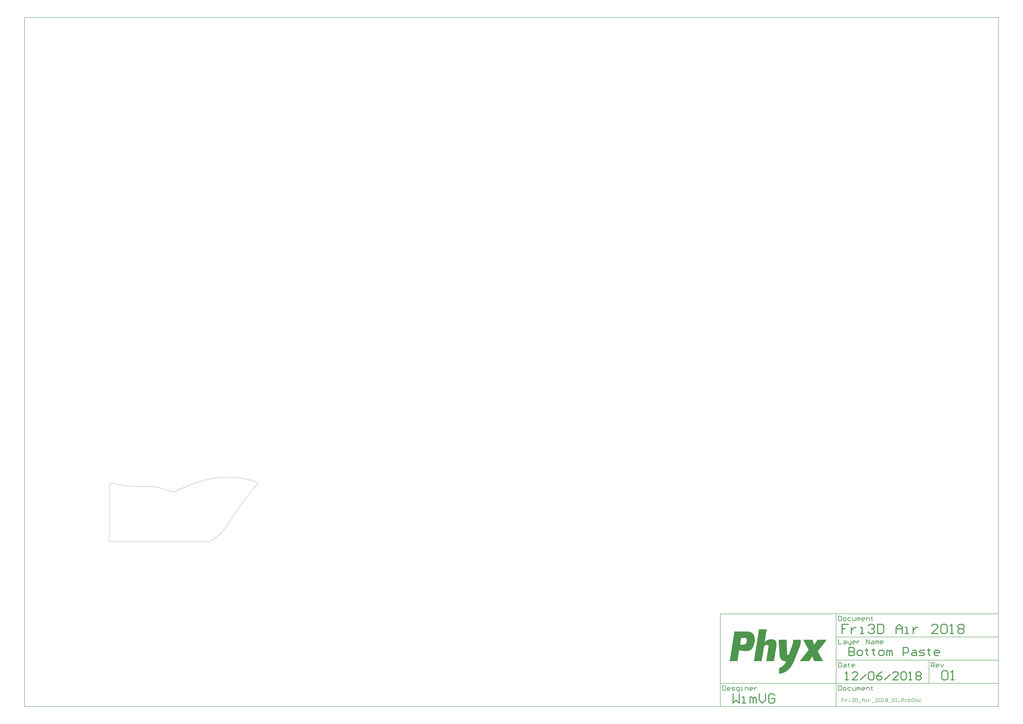
<source format=gbp>
G04*
G04 #@! TF.GenerationSoftware,Altium Limited,Altium Designer,18.1.6 (161)*
G04*
G04 Layer_Color=128*
%FSLAX25Y25*%
%MOIN*%
G70*
G01*
G75*
%ADD10C,0.00787*%
%ADD11C,0.00984*%
%ADD13C,0.01575*%
%ADD18C,0.00394*%
G36*
X913926Y-152365D02*
X915644D01*
Y-152651D01*
X916503D01*
Y-152937D01*
X917362D01*
Y-153224D01*
X918221D01*
Y-153510D01*
X918793D01*
Y-153796D01*
X919080D01*
Y-154083D01*
X919652D01*
Y-154369D01*
X919939D01*
Y-154655D01*
X920511D01*
Y-154942D01*
X920798D01*
Y-155228D01*
X921084D01*
Y-155514D01*
X921370D01*
Y-155801D01*
X921657D01*
Y-156087D01*
X921943D01*
Y-156373D01*
X922229D01*
Y-156659D01*
Y-156946D01*
X922515D01*
Y-157232D01*
X922802D01*
Y-157518D01*
Y-157805D01*
X923088D01*
Y-158091D01*
X923374D01*
Y-158377D01*
Y-158664D01*
X923661D01*
Y-158950D01*
Y-159236D01*
Y-159523D01*
X923947D01*
Y-159809D01*
Y-160095D01*
Y-160382D01*
X924233D01*
Y-160668D01*
Y-160954D01*
Y-161240D01*
Y-161527D01*
X924520D01*
Y-161813D01*
Y-162100D01*
Y-162386D01*
Y-162672D01*
Y-162958D01*
X924806D01*
Y-163245D01*
Y-163531D01*
Y-163817D01*
Y-164104D01*
Y-164390D01*
Y-164676D01*
Y-164963D01*
Y-165249D01*
Y-165535D01*
Y-165822D01*
Y-166108D01*
Y-166394D01*
Y-166681D01*
Y-166967D01*
Y-167253D01*
Y-167539D01*
Y-167826D01*
Y-168112D01*
Y-168398D01*
Y-168685D01*
X924520D01*
Y-168971D01*
Y-169257D01*
Y-169544D01*
Y-169830D01*
Y-170116D01*
Y-170403D01*
Y-170689D01*
X924233D01*
Y-170975D01*
Y-171262D01*
Y-171548D01*
Y-171834D01*
Y-172120D01*
X923947D01*
Y-172407D01*
Y-172693D01*
Y-172979D01*
Y-173266D01*
Y-173552D01*
X923661D01*
Y-173838D01*
Y-174125D01*
Y-174411D01*
X923374D01*
Y-174697D01*
Y-174984D01*
Y-175270D01*
Y-175556D01*
X923088D01*
Y-175842D01*
Y-176129D01*
Y-176415D01*
X922802D01*
Y-176701D01*
Y-176988D01*
X922515D01*
Y-177274D01*
Y-177560D01*
Y-177847D01*
X922229D01*
Y-178133D01*
Y-178419D01*
X921943D01*
Y-178706D01*
Y-178992D01*
X921657D01*
Y-179278D01*
Y-179565D01*
X921370D01*
Y-179851D01*
X921084D01*
Y-180137D01*
Y-180423D01*
X920798D01*
Y-180710D01*
X920511D01*
Y-180996D01*
X920225D01*
Y-181282D01*
Y-181569D01*
X919939D01*
Y-181855D01*
X919652D01*
Y-182141D01*
X919366D01*
Y-182428D01*
X919080D01*
Y-182714D01*
X918793D01*
Y-183000D01*
X918221D01*
Y-183287D01*
X917934D01*
Y-183573D01*
X917362D01*
Y-183859D01*
X917076D01*
Y-184146D01*
X916503D01*
Y-184432D01*
X915644D01*
Y-184718D01*
X914785D01*
Y-185004D01*
X913926D01*
Y-185291D01*
X912208D01*
Y-185577D01*
X907055D01*
Y-185291D01*
X904478D01*
Y-185004D01*
X902474D01*
Y-184718D01*
X901042D01*
Y-184432D01*
X899610D01*
Y-184146D01*
X898179D01*
Y-184432D01*
Y-184718D01*
Y-185004D01*
Y-185291D01*
Y-185577D01*
Y-185863D01*
Y-186150D01*
X897892D01*
Y-186436D01*
Y-186722D01*
Y-187009D01*
Y-187295D01*
Y-187581D01*
Y-187868D01*
X897606D01*
Y-188154D01*
Y-188440D01*
Y-188727D01*
Y-189013D01*
Y-189299D01*
Y-189585D01*
X897320D01*
Y-189872D01*
Y-190158D01*
Y-190444D01*
Y-190731D01*
Y-191017D01*
Y-191303D01*
Y-191590D01*
X897034D01*
Y-191876D01*
Y-192162D01*
Y-192449D01*
Y-192735D01*
Y-193021D01*
Y-193308D01*
X896747D01*
Y-193594D01*
Y-193880D01*
Y-194167D01*
Y-194453D01*
Y-194739D01*
Y-195025D01*
X896461D01*
Y-195312D01*
Y-195598D01*
Y-195884D01*
Y-196171D01*
Y-196457D01*
Y-196743D01*
Y-197030D01*
X896175D01*
Y-197316D01*
Y-197602D01*
Y-197889D01*
Y-198175D01*
Y-198461D01*
Y-198748D01*
X895888D01*
Y-199034D01*
Y-199320D01*
Y-199606D01*
Y-199893D01*
Y-200179D01*
Y-200465D01*
X895602D01*
Y-200752D01*
Y-201038D01*
Y-201324D01*
Y-201611D01*
Y-201897D01*
Y-202183D01*
Y-202470D01*
X882145D01*
Y-202183D01*
X882432D01*
Y-201897D01*
Y-201611D01*
Y-201324D01*
Y-201038D01*
Y-200752D01*
X882718D01*
Y-200465D01*
Y-200179D01*
Y-199893D01*
Y-199606D01*
Y-199320D01*
Y-199034D01*
Y-198748D01*
X883004D01*
Y-198461D01*
Y-198175D01*
Y-197889D01*
Y-197602D01*
Y-197316D01*
Y-197030D01*
X883291D01*
Y-196743D01*
Y-196457D01*
Y-196171D01*
Y-195884D01*
Y-195598D01*
Y-195312D01*
X883577D01*
Y-195025D01*
Y-194739D01*
Y-194453D01*
Y-194167D01*
Y-193880D01*
Y-193594D01*
Y-193308D01*
X883863D01*
Y-193021D01*
Y-192735D01*
Y-192449D01*
Y-192162D01*
Y-191876D01*
Y-191590D01*
X884149D01*
Y-191303D01*
Y-191017D01*
Y-190731D01*
Y-190444D01*
Y-190158D01*
Y-189872D01*
X884436D01*
Y-189585D01*
Y-189299D01*
Y-189013D01*
Y-188727D01*
Y-188440D01*
Y-188154D01*
X884722D01*
Y-187868D01*
Y-187581D01*
Y-187295D01*
Y-187009D01*
Y-186722D01*
Y-186436D01*
Y-186150D01*
X885009D01*
Y-185863D01*
Y-185577D01*
Y-185291D01*
Y-185004D01*
Y-184718D01*
Y-184432D01*
X885295D01*
Y-184146D01*
Y-183859D01*
Y-183573D01*
Y-183287D01*
Y-183000D01*
Y-182714D01*
X885581D01*
Y-182428D01*
Y-182141D01*
Y-181855D01*
Y-181569D01*
Y-181282D01*
Y-180996D01*
X885867D01*
Y-180710D01*
Y-180423D01*
Y-180137D01*
Y-179851D01*
Y-179565D01*
Y-179278D01*
Y-178992D01*
X886154D01*
Y-178706D01*
Y-178419D01*
Y-178133D01*
Y-177847D01*
Y-177560D01*
Y-177274D01*
X886440D01*
Y-176988D01*
Y-176701D01*
Y-176415D01*
Y-176129D01*
Y-175842D01*
Y-175556D01*
X886726D01*
Y-175270D01*
Y-174984D01*
Y-174697D01*
Y-174411D01*
Y-174125D01*
Y-173838D01*
Y-173552D01*
X887013D01*
Y-173266D01*
Y-172979D01*
Y-172693D01*
Y-172407D01*
Y-172120D01*
Y-171834D01*
X887299D01*
Y-171548D01*
Y-171262D01*
Y-170975D01*
Y-170689D01*
Y-170403D01*
Y-170116D01*
X887585D01*
Y-169830D01*
Y-169544D01*
Y-169257D01*
Y-168971D01*
Y-168685D01*
Y-168398D01*
X887872D01*
Y-168112D01*
Y-167826D01*
Y-167539D01*
Y-167253D01*
Y-166967D01*
Y-166681D01*
Y-166394D01*
X888158D01*
Y-166108D01*
Y-165822D01*
Y-165535D01*
Y-165249D01*
Y-164963D01*
Y-164676D01*
X888444D01*
Y-164390D01*
Y-164104D01*
Y-163817D01*
Y-163531D01*
Y-163245D01*
Y-162958D01*
X888731D01*
Y-162672D01*
Y-162386D01*
Y-162100D01*
Y-161813D01*
Y-161527D01*
Y-161240D01*
Y-160954D01*
X889017D01*
Y-160668D01*
Y-160382D01*
Y-160095D01*
Y-159809D01*
Y-159523D01*
Y-159236D01*
X889303D01*
Y-158950D01*
Y-158664D01*
Y-158377D01*
Y-158091D01*
Y-157805D01*
Y-157518D01*
X889590D01*
Y-157232D01*
Y-156946D01*
Y-156659D01*
Y-156373D01*
Y-156087D01*
Y-155801D01*
Y-155514D01*
X889876D01*
Y-155228D01*
Y-154942D01*
Y-154655D01*
Y-154369D01*
Y-154083D01*
Y-153796D01*
X890162D01*
Y-153510D01*
Y-153224D01*
Y-152937D01*
Y-152651D01*
Y-152365D01*
Y-152078D01*
X913926D01*
Y-152365D01*
D02*
G37*
G36*
X945134Y-148929D02*
Y-149215D01*
X944848D01*
Y-149502D01*
Y-149788D01*
Y-150074D01*
Y-150361D01*
Y-150647D01*
Y-150933D01*
X944561D01*
Y-151220D01*
Y-151506D01*
Y-151792D01*
Y-152078D01*
Y-152365D01*
Y-152651D01*
X944275D01*
Y-152937D01*
Y-153224D01*
Y-153510D01*
Y-153796D01*
Y-154083D01*
Y-154369D01*
Y-154655D01*
X943989D01*
Y-154942D01*
Y-155228D01*
Y-155514D01*
Y-155801D01*
Y-156087D01*
Y-156373D01*
X943703D01*
Y-156659D01*
Y-156946D01*
Y-157232D01*
Y-157518D01*
Y-157805D01*
Y-158091D01*
X943416D01*
Y-158377D01*
Y-158664D01*
Y-158950D01*
Y-159236D01*
Y-159523D01*
Y-159809D01*
Y-160095D01*
X943130D01*
Y-160382D01*
Y-160668D01*
Y-160954D01*
Y-161240D01*
Y-161527D01*
Y-161813D01*
X942844D01*
Y-162100D01*
Y-162386D01*
Y-162672D01*
Y-162958D01*
Y-163245D01*
Y-163531D01*
X942557D01*
Y-163817D01*
Y-164104D01*
Y-164390D01*
Y-164676D01*
Y-164963D01*
Y-165249D01*
X942271D01*
Y-165535D01*
Y-165822D01*
Y-166108D01*
Y-166394D01*
Y-166681D01*
Y-166967D01*
Y-167253D01*
X941985D01*
Y-167539D01*
Y-167826D01*
Y-168112D01*
Y-168398D01*
Y-168685D01*
Y-168971D01*
X941698D01*
Y-169257D01*
Y-169544D01*
X942271D01*
Y-169257D01*
X942557D01*
Y-168971D01*
X942844D01*
Y-168685D01*
X943416D01*
Y-168398D01*
X943703D01*
Y-168112D01*
X943989D01*
Y-167826D01*
X944561D01*
Y-167539D01*
X945134D01*
Y-167253D01*
X945420D01*
Y-166967D01*
X945993D01*
Y-166681D01*
X946852D01*
Y-166394D01*
X947425D01*
Y-166108D01*
X948284D01*
Y-165822D01*
X949715D01*
Y-165535D01*
X956014D01*
Y-165822D01*
X957159D01*
Y-166108D01*
X958018D01*
Y-166394D01*
X958591D01*
Y-166681D01*
X958877D01*
Y-166967D01*
X959450D01*
Y-167253D01*
X959736D01*
Y-167539D01*
X960022D01*
Y-167826D01*
X960309D01*
Y-168112D01*
X960595D01*
Y-168398D01*
Y-168685D01*
X960881D01*
Y-168971D01*
Y-169257D01*
X961168D01*
Y-169544D01*
Y-169830D01*
Y-170116D01*
X961454D01*
Y-170403D01*
Y-170689D01*
Y-170975D01*
Y-171262D01*
X961740D01*
Y-171548D01*
Y-171834D01*
Y-172120D01*
Y-172407D01*
Y-172693D01*
Y-172979D01*
Y-173266D01*
Y-173552D01*
Y-173838D01*
Y-174125D01*
Y-174411D01*
Y-174697D01*
Y-174984D01*
Y-175270D01*
Y-175556D01*
Y-175842D01*
Y-176129D01*
Y-176415D01*
X961454D01*
Y-176701D01*
Y-176988D01*
Y-177274D01*
Y-177560D01*
Y-177847D01*
Y-178133D01*
Y-178419D01*
X961168D01*
Y-178706D01*
Y-178992D01*
Y-179278D01*
Y-179565D01*
Y-179851D01*
Y-180137D01*
Y-180423D01*
X960881D01*
Y-180710D01*
Y-180996D01*
Y-181282D01*
Y-181569D01*
Y-181855D01*
Y-182141D01*
X960595D01*
Y-182428D01*
Y-182714D01*
Y-183000D01*
Y-183287D01*
Y-183573D01*
Y-183859D01*
X960309D01*
Y-184146D01*
Y-184432D01*
Y-184718D01*
Y-185004D01*
Y-185291D01*
Y-185577D01*
X960022D01*
Y-185863D01*
Y-186150D01*
Y-186436D01*
Y-186722D01*
Y-187009D01*
Y-187295D01*
Y-187581D01*
X959736D01*
Y-187868D01*
Y-188154D01*
Y-188440D01*
Y-188727D01*
Y-189013D01*
Y-189299D01*
X959450D01*
Y-189585D01*
Y-189872D01*
Y-190158D01*
Y-190444D01*
Y-190731D01*
Y-191017D01*
X959163D01*
Y-191303D01*
Y-191590D01*
Y-191876D01*
Y-192162D01*
Y-192449D01*
Y-192735D01*
Y-193021D01*
X958877D01*
Y-193308D01*
Y-193594D01*
Y-193880D01*
Y-194167D01*
Y-194453D01*
Y-194739D01*
X958591D01*
Y-195025D01*
Y-195312D01*
Y-195598D01*
Y-195884D01*
Y-196171D01*
Y-196457D01*
X958305D01*
Y-196743D01*
Y-197030D01*
Y-197316D01*
Y-197602D01*
Y-197889D01*
Y-198175D01*
X958018D01*
Y-198461D01*
Y-198748D01*
Y-199034D01*
Y-199320D01*
Y-199606D01*
Y-199893D01*
Y-200179D01*
X957732D01*
Y-200465D01*
Y-200752D01*
Y-201038D01*
Y-201324D01*
Y-201611D01*
Y-201897D01*
X957446D01*
Y-202183D01*
Y-202470D01*
X944275D01*
Y-202183D01*
Y-201897D01*
X944561D01*
Y-201611D01*
Y-201324D01*
Y-201038D01*
Y-200752D01*
Y-200465D01*
Y-200179D01*
X944848D01*
Y-199893D01*
Y-199606D01*
Y-199320D01*
Y-199034D01*
Y-198748D01*
Y-198461D01*
Y-198175D01*
X945134D01*
Y-197889D01*
Y-197602D01*
Y-197316D01*
Y-197030D01*
Y-196743D01*
Y-196457D01*
X945420D01*
Y-196171D01*
Y-195884D01*
Y-195598D01*
Y-195312D01*
Y-195025D01*
Y-194739D01*
X945707D01*
Y-194453D01*
Y-194167D01*
Y-193880D01*
Y-193594D01*
Y-193308D01*
Y-193021D01*
Y-192735D01*
X945993D01*
Y-192449D01*
Y-192162D01*
Y-191876D01*
Y-191590D01*
Y-191303D01*
Y-191017D01*
X946279D01*
Y-190731D01*
Y-190444D01*
Y-190158D01*
Y-189872D01*
Y-189585D01*
Y-189299D01*
Y-189013D01*
X946566D01*
Y-188727D01*
Y-188440D01*
Y-188154D01*
Y-187868D01*
Y-187581D01*
Y-187295D01*
X946852D01*
Y-187009D01*
Y-186722D01*
Y-186436D01*
Y-186150D01*
Y-185863D01*
Y-185577D01*
X947138D01*
Y-185291D01*
Y-185004D01*
Y-184718D01*
Y-184432D01*
Y-184146D01*
Y-183859D01*
X947425D01*
Y-183573D01*
Y-183287D01*
Y-183000D01*
Y-182714D01*
Y-182428D01*
Y-182141D01*
Y-181855D01*
X947711D01*
Y-181569D01*
Y-181282D01*
Y-180996D01*
Y-180710D01*
Y-180423D01*
Y-180137D01*
X947997D01*
Y-179851D01*
Y-179565D01*
Y-179278D01*
Y-178992D01*
Y-178706D01*
Y-178419D01*
Y-178133D01*
X948284D01*
Y-177847D01*
Y-177560D01*
Y-177274D01*
Y-176988D01*
Y-176701D01*
Y-176415D01*
X947997D01*
Y-176129D01*
Y-175842D01*
X947711D01*
Y-175556D01*
X947425D01*
Y-175270D01*
X946852D01*
Y-174984D01*
X945134D01*
Y-175270D01*
X943703D01*
Y-175556D01*
X942844D01*
Y-175842D01*
X942271D01*
Y-176129D01*
X941985D01*
Y-176415D01*
X941412D01*
Y-176701D01*
X941126D01*
Y-176988D01*
X940839D01*
Y-177274D01*
Y-177560D01*
X940553D01*
Y-177847D01*
Y-178133D01*
Y-178419D01*
X940267D01*
Y-178706D01*
Y-178992D01*
Y-179278D01*
Y-179565D01*
Y-179851D01*
Y-180137D01*
X939981D01*
Y-180423D01*
Y-180710D01*
Y-180996D01*
Y-181282D01*
Y-181569D01*
Y-181855D01*
Y-182141D01*
X939694D01*
Y-182428D01*
Y-182714D01*
Y-183000D01*
Y-183287D01*
Y-183573D01*
Y-183859D01*
X939408D01*
Y-184146D01*
Y-184432D01*
Y-184718D01*
Y-185004D01*
Y-185291D01*
Y-185577D01*
X939122D01*
Y-185863D01*
Y-186150D01*
Y-186436D01*
Y-186722D01*
Y-187009D01*
Y-187295D01*
X938835D01*
Y-187581D01*
Y-187868D01*
Y-188154D01*
Y-188440D01*
Y-188727D01*
Y-189013D01*
Y-189299D01*
X938549D01*
Y-189585D01*
Y-189872D01*
Y-190158D01*
Y-190444D01*
Y-190731D01*
Y-191017D01*
X938263D01*
Y-191303D01*
Y-191590D01*
Y-191876D01*
Y-192162D01*
Y-192449D01*
Y-192735D01*
X937976D01*
Y-193021D01*
Y-193308D01*
Y-193594D01*
Y-193880D01*
Y-194167D01*
Y-194453D01*
Y-194739D01*
X937690D01*
Y-195025D01*
Y-195312D01*
Y-195598D01*
Y-195884D01*
Y-196171D01*
Y-196457D01*
X937404D01*
Y-196743D01*
Y-197030D01*
Y-197316D01*
Y-197602D01*
Y-197889D01*
Y-198175D01*
X937117D01*
Y-198461D01*
Y-198748D01*
Y-199034D01*
Y-199320D01*
Y-199606D01*
Y-199893D01*
X936831D01*
Y-200179D01*
Y-200465D01*
Y-200752D01*
Y-201038D01*
Y-201324D01*
Y-201611D01*
Y-201897D01*
X936545D01*
Y-202183D01*
Y-202470D01*
X923374D01*
Y-202183D01*
Y-201897D01*
X923661D01*
Y-201611D01*
Y-201324D01*
Y-201038D01*
Y-200752D01*
Y-200465D01*
Y-200179D01*
Y-199893D01*
X923947D01*
Y-199606D01*
Y-199320D01*
Y-199034D01*
Y-198748D01*
Y-198461D01*
Y-198175D01*
X924233D01*
Y-197889D01*
Y-197602D01*
Y-197316D01*
Y-197030D01*
Y-196743D01*
Y-196457D01*
X924520D01*
Y-196171D01*
Y-195884D01*
Y-195598D01*
Y-195312D01*
Y-195025D01*
Y-194739D01*
Y-194453D01*
X924806D01*
Y-194167D01*
Y-193880D01*
Y-193594D01*
Y-193308D01*
Y-193021D01*
Y-192735D01*
X925092D01*
Y-192449D01*
Y-192162D01*
Y-191876D01*
Y-191590D01*
Y-191303D01*
Y-191017D01*
X925379D01*
Y-190731D01*
Y-190444D01*
Y-190158D01*
Y-189872D01*
Y-189585D01*
Y-189299D01*
X925665D01*
Y-189013D01*
Y-188727D01*
Y-188440D01*
Y-188154D01*
Y-187868D01*
Y-187581D01*
Y-187295D01*
X925951D01*
Y-187009D01*
Y-186722D01*
Y-186436D01*
Y-186150D01*
Y-185863D01*
Y-185577D01*
X926237D01*
Y-185291D01*
Y-185004D01*
Y-184718D01*
Y-184432D01*
Y-184146D01*
Y-183859D01*
X926524D01*
Y-183573D01*
Y-183287D01*
Y-183000D01*
Y-182714D01*
Y-182428D01*
Y-182141D01*
Y-181855D01*
X926810D01*
Y-181569D01*
Y-181282D01*
Y-180996D01*
Y-180710D01*
Y-180423D01*
Y-180137D01*
X927096D01*
Y-179851D01*
Y-179565D01*
Y-179278D01*
Y-178992D01*
Y-178706D01*
Y-178419D01*
X927383D01*
Y-178133D01*
Y-177847D01*
Y-177560D01*
Y-177274D01*
Y-176988D01*
Y-176701D01*
X927669D01*
Y-176415D01*
Y-176129D01*
Y-175842D01*
Y-175556D01*
Y-175270D01*
Y-174984D01*
Y-174697D01*
X927955D01*
Y-174411D01*
Y-174125D01*
Y-173838D01*
Y-173552D01*
Y-173266D01*
Y-172979D01*
X928242D01*
Y-172693D01*
Y-172407D01*
Y-172120D01*
Y-171834D01*
Y-171548D01*
Y-171262D01*
X928528D01*
Y-170975D01*
Y-170689D01*
Y-170403D01*
Y-170116D01*
Y-169830D01*
Y-169544D01*
X928814D01*
Y-169257D01*
Y-168971D01*
Y-168685D01*
Y-168398D01*
Y-168112D01*
Y-167826D01*
Y-167539D01*
X929101D01*
Y-167253D01*
Y-166967D01*
Y-166681D01*
Y-166394D01*
Y-166108D01*
Y-165822D01*
X929387D01*
Y-165535D01*
Y-165249D01*
Y-164963D01*
Y-164676D01*
Y-164390D01*
Y-164104D01*
X929673D01*
Y-163817D01*
Y-163531D01*
Y-163245D01*
Y-162958D01*
Y-162672D01*
Y-162386D01*
Y-162100D01*
X929960D01*
Y-161813D01*
Y-161527D01*
Y-161240D01*
Y-160954D01*
Y-160668D01*
Y-160382D01*
X930246D01*
Y-160095D01*
Y-159809D01*
Y-159523D01*
Y-159236D01*
Y-158950D01*
Y-158664D01*
X930532D01*
Y-158377D01*
Y-158091D01*
Y-157805D01*
Y-157518D01*
Y-157232D01*
Y-156946D01*
X930818D01*
Y-156659D01*
Y-156373D01*
Y-156087D01*
Y-155801D01*
Y-155514D01*
Y-155228D01*
Y-154942D01*
X931105D01*
Y-154655D01*
Y-154369D01*
Y-154083D01*
Y-153796D01*
Y-153510D01*
Y-153224D01*
X931391D01*
Y-152937D01*
Y-152651D01*
Y-152365D01*
Y-152078D01*
Y-151792D01*
Y-151506D01*
X931678D01*
Y-151220D01*
Y-150933D01*
Y-150647D01*
Y-150361D01*
Y-150074D01*
Y-149788D01*
Y-149502D01*
X931964D01*
Y-149215D01*
Y-148929D01*
Y-148643D01*
X945134D01*
Y-148929D01*
D02*
G37*
G36*
X1047062Y-166394D02*
X1046775D01*
Y-166681D01*
X1046489D01*
Y-166967D01*
Y-167253D01*
X1046203D01*
Y-167539D01*
X1045916D01*
Y-167826D01*
X1045630D01*
Y-168112D01*
Y-168398D01*
X1045344D01*
Y-168685D01*
X1045057D01*
Y-168971D01*
X1044771D01*
Y-169257D01*
X1044485D01*
Y-169544D01*
Y-169830D01*
X1044198D01*
Y-170116D01*
X1043912D01*
Y-170403D01*
X1043626D01*
Y-170689D01*
Y-170975D01*
X1043340D01*
Y-171262D01*
X1043053D01*
Y-171548D01*
X1042767D01*
Y-171834D01*
X1042480D01*
Y-172120D01*
Y-172407D01*
X1042194D01*
Y-172693D01*
X1041908D01*
Y-172979D01*
X1041622D01*
Y-173266D01*
Y-173552D01*
X1041335D01*
Y-173838D01*
X1041049D01*
Y-174125D01*
X1040763D01*
Y-174411D01*
Y-174697D01*
X1040476D01*
Y-174984D01*
X1040190D01*
Y-175270D01*
X1039904D01*
Y-175556D01*
X1039617D01*
Y-175842D01*
Y-176129D01*
X1039331D01*
Y-176415D01*
X1039045D01*
Y-176701D01*
X1038758D01*
Y-176988D01*
Y-177274D01*
X1038472D01*
Y-177560D01*
X1038186D01*
Y-177847D01*
X1037899D01*
Y-178133D01*
Y-178419D01*
X1037613D01*
Y-178706D01*
X1037327D01*
Y-178992D01*
X1037041D01*
Y-179278D01*
X1036754D01*
Y-179565D01*
Y-179851D01*
X1036468D01*
Y-180137D01*
X1036182D01*
Y-180423D01*
X1035895D01*
Y-180710D01*
Y-180996D01*
X1035609D01*
Y-181282D01*
X1035323D01*
Y-181569D01*
X1035036D01*
Y-181855D01*
Y-182141D01*
X1034750D01*
Y-182428D01*
X1034464D01*
Y-182714D01*
X1034177D01*
Y-183000D01*
X1033891D01*
Y-183287D01*
Y-183573D01*
X1033605D01*
Y-183859D01*
X1033319D01*
Y-184146D01*
X1033032D01*
Y-184432D01*
Y-184718D01*
X1032746D01*
Y-185004D01*
X1032460D01*
Y-185291D01*
X1032173D01*
Y-185577D01*
X1031887D01*
Y-185863D01*
Y-186150D01*
X1032173D01*
Y-186436D01*
Y-186722D01*
X1032460D01*
Y-187009D01*
Y-187295D01*
X1032746D01*
Y-187581D01*
X1033032D01*
Y-187868D01*
Y-188154D01*
X1033319D01*
Y-188440D01*
Y-188727D01*
X1033605D01*
Y-189013D01*
Y-189299D01*
X1033891D01*
Y-189585D01*
Y-189872D01*
X1034177D01*
Y-190158D01*
Y-190444D01*
X1034464D01*
Y-190731D01*
Y-191017D01*
X1034750D01*
Y-191303D01*
Y-191590D01*
X1035036D01*
Y-191876D01*
Y-192162D01*
X1035323D01*
Y-192449D01*
X1035609D01*
Y-192735D01*
Y-193021D01*
X1035895D01*
Y-193308D01*
Y-193594D01*
X1036182D01*
Y-193880D01*
Y-194167D01*
X1036468D01*
Y-194453D01*
Y-194739D01*
X1036754D01*
Y-195025D01*
Y-195312D01*
X1037041D01*
Y-195598D01*
Y-195884D01*
X1037327D01*
Y-196171D01*
Y-196457D01*
X1037613D01*
Y-196743D01*
X1037899D01*
Y-197030D01*
Y-197316D01*
X1038186D01*
Y-197602D01*
Y-197889D01*
X1038472D01*
Y-198175D01*
Y-198461D01*
X1038758D01*
Y-198748D01*
Y-199034D01*
X1039045D01*
Y-199320D01*
Y-199606D01*
X1039331D01*
Y-199893D01*
Y-200179D01*
X1039617D01*
Y-200465D01*
Y-200752D01*
X1039904D01*
Y-201038D01*
X1040190D01*
Y-201324D01*
Y-201611D01*
X1040476D01*
Y-201897D01*
Y-202183D01*
X1040763D01*
Y-202470D01*
X1025588D01*
Y-202183D01*
X1025302D01*
Y-201897D01*
Y-201611D01*
Y-201324D01*
X1025016D01*
Y-201038D01*
Y-200752D01*
Y-200465D01*
X1024729D01*
Y-200179D01*
Y-199893D01*
X1024443D01*
Y-199606D01*
Y-199320D01*
Y-199034D01*
X1024156D01*
Y-198748D01*
Y-198461D01*
Y-198175D01*
X1023870D01*
Y-197889D01*
Y-197602D01*
X1023584D01*
Y-197316D01*
Y-197030D01*
Y-196743D01*
X1023298D01*
Y-196457D01*
Y-196171D01*
Y-195884D01*
X1023011D01*
Y-195598D01*
Y-195312D01*
Y-195025D01*
X1022725D01*
Y-194739D01*
X1022152D01*
Y-195025D01*
Y-195312D01*
X1021866D01*
Y-195598D01*
X1021580D01*
Y-195884D01*
Y-196171D01*
X1021293D01*
Y-196457D01*
X1021007D01*
Y-196743D01*
Y-197030D01*
X1020721D01*
Y-197316D01*
X1020434D01*
Y-197602D01*
Y-197889D01*
X1020148D01*
Y-198175D01*
X1019862D01*
Y-198461D01*
X1019576D01*
Y-198748D01*
Y-199034D01*
X1019289D01*
Y-199320D01*
X1019003D01*
Y-199606D01*
Y-199893D01*
X1018717D01*
Y-200179D01*
X1018430D01*
Y-200465D01*
Y-200752D01*
X1018144D01*
Y-201038D01*
X1017858D01*
Y-201324D01*
Y-201611D01*
X1017571D01*
Y-201897D01*
X1017285D01*
Y-202183D01*
Y-202470D01*
X1001252D01*
Y-202183D01*
X1001538D01*
Y-201897D01*
X1001824D01*
Y-201611D01*
X1002110D01*
Y-201324D01*
X1002397D01*
Y-201038D01*
Y-200752D01*
X1002683D01*
Y-200465D01*
X1002969D01*
Y-200179D01*
X1003256D01*
Y-199893D01*
X1003542D01*
Y-199606D01*
Y-199320D01*
X1003828D01*
Y-199034D01*
X1004115D01*
Y-198748D01*
X1004401D01*
Y-198461D01*
Y-198175D01*
X1004687D01*
Y-197889D01*
X1004974D01*
Y-197602D01*
X1005260D01*
Y-197316D01*
X1005546D01*
Y-197030D01*
Y-196743D01*
X1005832D01*
Y-196457D01*
X1006119D01*
Y-196171D01*
X1006405D01*
Y-195884D01*
X1006691D01*
Y-195598D01*
Y-195312D01*
X1006978D01*
Y-195025D01*
X1007264D01*
Y-194739D01*
X1007550D01*
Y-194453D01*
Y-194167D01*
X1007837D01*
Y-193880D01*
X1008123D01*
Y-193594D01*
X1008409D01*
Y-193308D01*
X1008696D01*
Y-193021D01*
Y-192735D01*
X1008982D01*
Y-192449D01*
X1009268D01*
Y-192162D01*
X1009555D01*
Y-191876D01*
Y-191590D01*
X1009841D01*
Y-191303D01*
X1010127D01*
Y-191017D01*
X1010413D01*
Y-190731D01*
X1010700D01*
Y-190444D01*
Y-190158D01*
X1010986D01*
Y-189872D01*
X1011272D01*
Y-189585D01*
X1011559D01*
Y-189299D01*
Y-189013D01*
X1011845D01*
Y-188727D01*
X1012131D01*
Y-188440D01*
X1012418D01*
Y-188154D01*
X1012704D01*
Y-187868D01*
Y-187581D01*
X1012990D01*
Y-187295D01*
X1013277D01*
Y-187009D01*
X1013563D01*
Y-186722D01*
X1013849D01*
Y-186436D01*
Y-186150D01*
X1014136D01*
Y-185863D01*
X1014422D01*
Y-185577D01*
X1014708D01*
Y-185291D01*
Y-185004D01*
X1014995D01*
Y-184718D01*
X1015281D01*
Y-184432D01*
X1015567D01*
Y-184146D01*
X1015853D01*
Y-183859D01*
Y-183573D01*
X1016140D01*
Y-183287D01*
Y-183000D01*
Y-182714D01*
X1015853D01*
Y-182428D01*
X1015567D01*
Y-182141D01*
Y-181855D01*
X1015281D01*
Y-181569D01*
Y-181282D01*
X1014995D01*
Y-180996D01*
Y-180710D01*
X1014708D01*
Y-180423D01*
Y-180137D01*
X1014422D01*
Y-179851D01*
Y-179565D01*
X1014136D01*
Y-179278D01*
Y-178992D01*
X1013849D01*
Y-178706D01*
X1013563D01*
Y-178419D01*
Y-178133D01*
X1013277D01*
Y-177847D01*
Y-177560D01*
X1012990D01*
Y-177274D01*
Y-176988D01*
X1012704D01*
Y-176701D01*
Y-176415D01*
X1012418D01*
Y-176129D01*
Y-175842D01*
X1012131D01*
Y-175556D01*
Y-175270D01*
X1011845D01*
Y-174984D01*
X1011559D01*
Y-174697D01*
Y-174411D01*
X1011272D01*
Y-174125D01*
Y-173838D01*
X1010986D01*
Y-173552D01*
Y-173266D01*
X1010700D01*
Y-172979D01*
Y-172693D01*
X1010413D01*
Y-172407D01*
Y-172120D01*
X1010127D01*
Y-171834D01*
Y-171548D01*
X1009841D01*
Y-171262D01*
Y-170975D01*
X1009555D01*
Y-170689D01*
X1009268D01*
Y-170403D01*
Y-170116D01*
X1008982D01*
Y-169830D01*
Y-169544D01*
X1008696D01*
Y-169257D01*
Y-168971D01*
X1008409D01*
Y-168685D01*
Y-168398D01*
X1008123D01*
Y-168112D01*
Y-167826D01*
X1007837D01*
Y-167539D01*
Y-167253D01*
X1007550D01*
Y-166967D01*
X1007264D01*
Y-166681D01*
Y-166394D01*
X1006978D01*
Y-166108D01*
X1022725D01*
Y-166394D01*
X1023011D01*
Y-166681D01*
Y-166967D01*
Y-167253D01*
X1023298D01*
Y-167539D01*
Y-167826D01*
Y-168112D01*
X1023584D01*
Y-168398D01*
Y-168685D01*
Y-168971D01*
X1023870D01*
Y-169257D01*
Y-169544D01*
Y-169830D01*
X1024156D01*
Y-170116D01*
Y-170403D01*
Y-170689D01*
X1024443D01*
Y-170975D01*
Y-171262D01*
Y-171548D01*
X1024729D01*
Y-171834D01*
Y-172120D01*
Y-172407D01*
X1025016D01*
Y-172693D01*
Y-172979D01*
Y-173266D01*
X1025302D01*
Y-173552D01*
Y-173838D01*
Y-174125D01*
Y-174411D01*
X1025874D01*
Y-174125D01*
X1026161D01*
Y-173838D01*
X1026447D01*
Y-173552D01*
Y-173266D01*
X1026733D01*
Y-172979D01*
X1027020D01*
Y-172693D01*
Y-172407D01*
X1027306D01*
Y-172120D01*
X1027592D01*
Y-171834D01*
Y-171548D01*
X1027879D01*
Y-171262D01*
X1028165D01*
Y-170975D01*
Y-170689D01*
X1028451D01*
Y-170403D01*
X1028738D01*
Y-170116D01*
Y-169830D01*
X1029024D01*
Y-169544D01*
X1029310D01*
Y-169257D01*
Y-168971D01*
X1029597D01*
Y-168685D01*
X1029883D01*
Y-168398D01*
Y-168112D01*
X1030169D01*
Y-167826D01*
X1030455D01*
Y-167539D01*
Y-167253D01*
X1030742D01*
Y-166967D01*
X1031028D01*
Y-166681D01*
Y-166394D01*
X1031314D01*
Y-166108D01*
X1047062D01*
Y-166394D01*
D02*
G37*
G36*
X1002969D02*
Y-166681D01*
Y-166967D01*
Y-167253D01*
Y-167539D01*
Y-167826D01*
Y-168112D01*
Y-168398D01*
Y-168685D01*
Y-168971D01*
Y-169257D01*
Y-169544D01*
Y-169830D01*
Y-170116D01*
Y-170403D01*
Y-170689D01*
Y-170975D01*
Y-171262D01*
Y-171548D01*
Y-171834D01*
Y-172120D01*
X1002683D01*
Y-172407D01*
Y-172693D01*
Y-172979D01*
Y-173266D01*
Y-173552D01*
X1002397D01*
Y-173838D01*
Y-174125D01*
Y-174411D01*
Y-174697D01*
X1002110D01*
Y-174984D01*
Y-175270D01*
Y-175556D01*
Y-175842D01*
X1001824D01*
Y-176129D01*
Y-176415D01*
Y-176701D01*
X1001538D01*
Y-176988D01*
Y-177274D01*
Y-177560D01*
X1001252D01*
Y-177847D01*
Y-178133D01*
Y-178419D01*
X1000965D01*
Y-178706D01*
Y-178992D01*
Y-179278D01*
X1000679D01*
Y-179565D01*
Y-179851D01*
X1000393D01*
Y-180137D01*
Y-180423D01*
X1000106D01*
Y-180710D01*
Y-180996D01*
Y-181282D01*
X999820D01*
Y-181569D01*
Y-181855D01*
X999534D01*
Y-182141D01*
Y-182428D01*
Y-182714D01*
X999247D01*
Y-183000D01*
Y-183287D01*
X998961D01*
Y-183573D01*
Y-183859D01*
Y-184146D01*
X998675D01*
Y-184432D01*
Y-184718D01*
X998388D01*
Y-185004D01*
Y-185291D01*
Y-185577D01*
X998102D01*
Y-185863D01*
Y-186150D01*
X997816D01*
Y-186436D01*
Y-186722D01*
Y-187009D01*
X997529D01*
Y-187295D01*
Y-187581D01*
X997243D01*
Y-187868D01*
Y-188154D01*
Y-188440D01*
X996957D01*
Y-188727D01*
Y-189013D01*
X996671D01*
Y-189299D01*
Y-189585D01*
Y-189872D01*
X996384D01*
Y-190158D01*
Y-190444D01*
X996098D01*
Y-190731D01*
Y-191017D01*
Y-191303D01*
X995811D01*
Y-191590D01*
Y-191876D01*
X995525D01*
Y-192162D01*
Y-192449D01*
Y-192735D01*
X995239D01*
Y-193021D01*
Y-193308D01*
X994953D01*
Y-193594D01*
Y-193880D01*
Y-194167D01*
X994666D01*
Y-194453D01*
Y-194739D01*
X994380D01*
Y-195025D01*
Y-195312D01*
Y-195598D01*
X994094D01*
Y-195884D01*
Y-196171D01*
X993807D01*
Y-196457D01*
Y-196743D01*
Y-197030D01*
X993521D01*
Y-197316D01*
Y-197602D01*
X993235D01*
Y-197889D01*
Y-198175D01*
Y-198461D01*
X992948D01*
Y-198748D01*
Y-199034D01*
X992662D01*
Y-199320D01*
Y-199606D01*
Y-199893D01*
X992376D01*
Y-200179D01*
Y-200465D01*
X992089D01*
Y-200752D01*
Y-201038D01*
Y-201324D01*
X991803D01*
Y-201611D01*
Y-201897D01*
X991517D01*
Y-202183D01*
Y-202470D01*
Y-202756D01*
X991230D01*
Y-203042D01*
Y-203328D01*
X990944D01*
Y-203615D01*
Y-203901D01*
X990658D01*
Y-204187D01*
Y-204474D01*
X990372D01*
Y-204760D01*
Y-205046D01*
Y-205333D01*
X990085D01*
Y-205619D01*
X989799D01*
Y-205905D01*
Y-206192D01*
Y-206478D01*
X989513D01*
Y-206764D01*
X989226D01*
Y-207051D01*
Y-207337D01*
X988940D01*
Y-207623D01*
Y-207909D01*
X988654D01*
Y-208196D01*
Y-208482D01*
X988367D01*
Y-208769D01*
Y-209055D01*
X988081D01*
Y-209341D01*
X987795D01*
Y-209627D01*
Y-209914D01*
X987508D01*
Y-210200D01*
Y-210486D01*
X987222D01*
Y-210773D01*
X986936D01*
Y-211059D01*
X986650D01*
Y-211345D01*
Y-211632D01*
X986363D01*
Y-211918D01*
X986077D01*
Y-212204D01*
Y-212491D01*
X985791D01*
Y-212777D01*
X985504D01*
Y-213063D01*
X985218D01*
Y-213350D01*
Y-213636D01*
X984932D01*
Y-213922D01*
X984645D01*
Y-214208D01*
X984359D01*
Y-214495D01*
X984073D01*
Y-214781D01*
X983786D01*
Y-215067D01*
Y-215354D01*
X983500D01*
Y-215640D01*
X983214D01*
Y-215926D01*
X982928D01*
Y-216213D01*
X982641D01*
Y-216499D01*
X982355D01*
Y-216785D01*
X982069D01*
Y-217072D01*
X981782D01*
Y-217358D01*
X981210D01*
Y-217644D01*
X980923D01*
Y-217931D01*
X980637D01*
Y-218217D01*
X980351D01*
Y-218503D01*
X980064D01*
Y-218789D01*
X979492D01*
Y-219076D01*
X979205D01*
Y-219362D01*
X978633D01*
Y-219648D01*
X978347D01*
Y-219935D01*
X977774D01*
Y-220221D01*
X977487D01*
Y-220507D01*
X976915D01*
Y-220794D01*
X976342D01*
Y-221080D01*
X975770D01*
Y-221366D01*
X975197D01*
Y-221653D01*
X974624D01*
Y-221939D01*
X973765D01*
Y-222225D01*
X973193D01*
Y-222512D01*
X972334D01*
Y-222798D01*
X971189D01*
Y-223084D01*
X970043D01*
Y-223370D01*
X968326D01*
Y-223657D01*
X966321D01*
Y-223943D01*
X966035D01*
Y-223657D01*
Y-223370D01*
Y-223084D01*
Y-222798D01*
Y-222512D01*
Y-222225D01*
Y-221939D01*
Y-221653D01*
Y-221366D01*
Y-221080D01*
Y-220794D01*
Y-220507D01*
Y-220221D01*
Y-219935D01*
Y-219648D01*
Y-219362D01*
Y-219076D01*
Y-218789D01*
Y-218503D01*
Y-218217D01*
Y-217931D01*
Y-217644D01*
Y-217358D01*
Y-217072D01*
Y-216785D01*
Y-216499D01*
Y-216213D01*
Y-215926D01*
Y-215640D01*
Y-215354D01*
Y-215067D01*
Y-214781D01*
Y-214495D01*
X966608D01*
Y-214208D01*
X967180D01*
Y-213922D01*
X967753D01*
Y-213636D01*
X968326D01*
Y-213350D01*
X968898D01*
Y-213063D01*
X969471D01*
Y-212777D01*
X969757D01*
Y-212491D01*
X970330D01*
Y-212204D01*
X970616D01*
Y-211918D01*
X971189D01*
Y-211632D01*
X971475D01*
Y-211345D01*
X971761D01*
Y-211059D01*
X972334D01*
Y-210773D01*
X972620D01*
Y-210486D01*
X972906D01*
Y-210200D01*
X973193D01*
Y-209914D01*
X973479D01*
Y-209627D01*
X973765D01*
Y-209341D01*
X974052D01*
Y-209055D01*
X974338D01*
Y-208769D01*
X974624D01*
Y-208482D01*
X974911D01*
Y-208196D01*
X975197D01*
Y-207909D01*
X975483D01*
Y-207623D01*
Y-207337D01*
X975770D01*
Y-207051D01*
X976056D01*
Y-206764D01*
X976342D01*
Y-206478D01*
Y-206192D01*
X976629D01*
Y-205905D01*
X976915D01*
Y-205619D01*
Y-205333D01*
X977201D01*
Y-205046D01*
Y-204760D01*
X977487D01*
Y-204474D01*
X977774D01*
Y-204187D01*
Y-203901D01*
X978060D01*
Y-203615D01*
Y-203328D01*
X978347D01*
Y-203042D01*
Y-202756D01*
X976629D01*
Y-202470D01*
X974624D01*
Y-202183D01*
X973479D01*
Y-201897D01*
X972906D01*
Y-201611D01*
X972048D01*
Y-201324D01*
X971475D01*
Y-201038D01*
X971189D01*
Y-200752D01*
X970616D01*
Y-200465D01*
X970330D01*
Y-200179D01*
X970043D01*
Y-199893D01*
X969757D01*
Y-199606D01*
X969471D01*
Y-199320D01*
X969184D01*
Y-199034D01*
Y-198748D01*
X968898D01*
Y-198461D01*
X968612D01*
Y-198175D01*
Y-197889D01*
X968326D01*
Y-197602D01*
Y-197316D01*
X968039D01*
Y-197030D01*
Y-196743D01*
X967753D01*
Y-196457D01*
Y-196171D01*
Y-195884D01*
X967467D01*
Y-195598D01*
Y-195312D01*
Y-195025D01*
Y-194739D01*
X967180D01*
Y-194453D01*
Y-194167D01*
Y-193880D01*
Y-193594D01*
Y-193308D01*
Y-193021D01*
Y-192735D01*
X966894D01*
Y-192449D01*
Y-192162D01*
Y-191876D01*
Y-191590D01*
Y-191303D01*
Y-191017D01*
Y-190731D01*
Y-190444D01*
Y-190158D01*
Y-189872D01*
Y-189585D01*
Y-189299D01*
Y-189013D01*
Y-188727D01*
Y-188440D01*
X966608D01*
Y-188154D01*
Y-187868D01*
Y-187581D01*
Y-187295D01*
Y-187009D01*
Y-186722D01*
Y-186436D01*
Y-186150D01*
Y-185863D01*
Y-185577D01*
Y-185291D01*
Y-185004D01*
Y-184718D01*
Y-184432D01*
Y-184146D01*
X966321D01*
Y-183859D01*
Y-183573D01*
Y-183287D01*
Y-183000D01*
Y-182714D01*
Y-182428D01*
Y-182141D01*
Y-181855D01*
Y-181569D01*
Y-181282D01*
Y-180996D01*
Y-180710D01*
Y-180423D01*
Y-180137D01*
Y-179851D01*
Y-179565D01*
X966035D01*
Y-179278D01*
Y-178992D01*
Y-178706D01*
Y-178419D01*
Y-178133D01*
Y-177847D01*
Y-177560D01*
Y-177274D01*
Y-176988D01*
Y-176701D01*
Y-176415D01*
Y-176129D01*
Y-175842D01*
Y-175556D01*
Y-175270D01*
Y-174984D01*
X965749D01*
Y-174697D01*
Y-174411D01*
Y-174125D01*
Y-173838D01*
Y-173552D01*
Y-173266D01*
Y-172979D01*
Y-172693D01*
Y-172407D01*
Y-172120D01*
Y-171834D01*
Y-171548D01*
Y-171262D01*
Y-170975D01*
X965462D01*
Y-170689D01*
Y-170403D01*
Y-170116D01*
Y-169830D01*
Y-169544D01*
Y-169257D01*
Y-168971D01*
Y-168685D01*
Y-168398D01*
Y-168112D01*
Y-167826D01*
Y-167539D01*
Y-167253D01*
Y-166967D01*
Y-166681D01*
Y-166394D01*
X965176D01*
Y-166108D01*
X978919D01*
Y-166394D01*
Y-166681D01*
Y-166967D01*
Y-167253D01*
Y-167539D01*
Y-167826D01*
Y-168112D01*
Y-168398D01*
Y-168685D01*
Y-168971D01*
Y-169257D01*
Y-169544D01*
Y-169830D01*
Y-170116D01*
X979205D01*
Y-170403D01*
Y-170689D01*
Y-170975D01*
Y-171262D01*
Y-171548D01*
Y-171834D01*
Y-172120D01*
Y-172407D01*
Y-172693D01*
Y-172979D01*
Y-173266D01*
Y-173552D01*
Y-173838D01*
Y-174125D01*
Y-174411D01*
Y-174697D01*
Y-174984D01*
Y-175270D01*
Y-175556D01*
Y-175842D01*
Y-176129D01*
Y-176415D01*
Y-176701D01*
Y-176988D01*
Y-177274D01*
Y-177560D01*
Y-177847D01*
Y-178133D01*
Y-178419D01*
Y-178706D01*
Y-178992D01*
Y-179278D01*
Y-179565D01*
Y-179851D01*
Y-180137D01*
Y-180423D01*
Y-180710D01*
Y-180996D01*
Y-181282D01*
Y-181569D01*
Y-181855D01*
X979492D01*
Y-182141D01*
X979205D01*
Y-182428D01*
Y-182714D01*
X979492D01*
Y-183000D01*
Y-183287D01*
Y-183573D01*
Y-183859D01*
Y-184146D01*
Y-184432D01*
Y-184718D01*
Y-185004D01*
Y-185291D01*
Y-185577D01*
Y-185863D01*
Y-186150D01*
Y-186436D01*
Y-186722D01*
Y-187009D01*
Y-187295D01*
Y-187581D01*
Y-187868D01*
Y-188154D01*
Y-188440D01*
Y-188727D01*
Y-189013D01*
Y-189299D01*
Y-189585D01*
Y-189872D01*
Y-190158D01*
X979778D01*
Y-190444D01*
Y-190731D01*
Y-191017D01*
X980064D01*
Y-191303D01*
X980351D01*
Y-191590D01*
X980637D01*
Y-191876D01*
X981496D01*
Y-192162D01*
X982355D01*
Y-191876D01*
X982641D01*
Y-191590D01*
Y-191303D01*
Y-191017D01*
X982928D01*
Y-190731D01*
Y-190444D01*
X983214D01*
Y-190158D01*
Y-189872D01*
Y-189585D01*
X983500D01*
Y-189299D01*
Y-189013D01*
Y-188727D01*
X983786D01*
Y-188440D01*
Y-188154D01*
Y-187868D01*
X984073D01*
Y-187581D01*
Y-187295D01*
Y-187009D01*
X984359D01*
Y-186722D01*
Y-186436D01*
X984645D01*
Y-186150D01*
Y-185863D01*
Y-185577D01*
X984932D01*
Y-185291D01*
Y-185004D01*
Y-184718D01*
X985218D01*
Y-184432D01*
Y-184146D01*
Y-183859D01*
X985504D01*
Y-183573D01*
Y-183287D01*
X985791D01*
Y-183000D01*
Y-182714D01*
Y-182428D01*
X986077D01*
Y-182141D01*
Y-181855D01*
Y-181569D01*
X986363D01*
Y-181282D01*
Y-180996D01*
Y-180710D01*
X986650D01*
Y-180423D01*
Y-180137D01*
X986936D01*
Y-179851D01*
Y-179565D01*
Y-179278D01*
X987222D01*
Y-178992D01*
Y-178706D01*
Y-178419D01*
X987508D01*
Y-178133D01*
Y-177847D01*
Y-177560D01*
X987795D01*
Y-177274D01*
Y-176988D01*
X988081D01*
Y-176701D01*
Y-176415D01*
Y-176129D01*
X988367D01*
Y-175842D01*
Y-175556D01*
Y-175270D01*
X988654D01*
Y-174984D01*
Y-174697D01*
Y-174411D01*
X988940D01*
Y-174125D01*
Y-173838D01*
Y-173552D01*
Y-173266D01*
X989226D01*
Y-172979D01*
Y-172693D01*
Y-172407D01*
Y-172120D01*
X989513D01*
Y-171834D01*
Y-171548D01*
Y-171262D01*
Y-170975D01*
Y-170689D01*
X989799D01*
Y-170403D01*
Y-170116D01*
Y-169830D01*
Y-169544D01*
Y-169257D01*
Y-168971D01*
X990085D01*
Y-168685D01*
Y-168398D01*
Y-168112D01*
Y-167826D01*
Y-167539D01*
Y-167253D01*
Y-166967D01*
Y-166681D01*
Y-166394D01*
Y-166108D01*
X1002969D01*
Y-166394D01*
D02*
G37*
%LPC*%
G36*
X909631Y-163245D02*
X901615D01*
Y-163531D01*
Y-163817D01*
Y-164104D01*
Y-164390D01*
Y-164676D01*
X901328D01*
Y-164963D01*
Y-165249D01*
Y-165535D01*
Y-165822D01*
Y-166108D01*
Y-166394D01*
X901042D01*
Y-166681D01*
Y-166967D01*
Y-167253D01*
Y-167539D01*
Y-167826D01*
Y-168112D01*
X900756D01*
Y-168398D01*
Y-168685D01*
Y-168971D01*
Y-169257D01*
Y-169544D01*
Y-169830D01*
X900469D01*
Y-170116D01*
Y-170403D01*
Y-170689D01*
Y-170975D01*
Y-171262D01*
Y-171548D01*
Y-171834D01*
X900183D01*
Y-172120D01*
Y-172407D01*
Y-172693D01*
Y-172979D01*
Y-173266D01*
Y-173552D01*
X899897D01*
Y-173838D01*
Y-174125D01*
Y-174411D01*
X907055D01*
Y-174125D01*
X908200D01*
Y-173838D01*
X908772D01*
Y-173552D01*
X909059D01*
Y-173266D01*
X909345D01*
Y-172979D01*
X909631D01*
Y-172693D01*
X909918D01*
Y-172407D01*
Y-172120D01*
X910204D01*
Y-171834D01*
Y-171548D01*
X910490D01*
Y-171262D01*
Y-170975D01*
X910777D01*
Y-170689D01*
Y-170403D01*
Y-170116D01*
Y-169830D01*
X911063D01*
Y-169544D01*
Y-169257D01*
Y-168971D01*
Y-168685D01*
Y-168398D01*
X911349D01*
Y-168112D01*
Y-167826D01*
Y-167539D01*
Y-167253D01*
Y-166967D01*
Y-166681D01*
Y-166394D01*
Y-166108D01*
Y-165822D01*
Y-165535D01*
Y-165249D01*
X911063D01*
Y-164963D01*
Y-164676D01*
X910777D01*
Y-164390D01*
Y-164104D01*
X910490D01*
Y-163817D01*
X910204D01*
Y-163531D01*
X909631D01*
Y-163245D01*
D02*
G37*
%LPD*%
D10*
X1220472Y-240158D02*
Y-200787D01*
X1062992Y-161417D02*
X1338583D01*
X1062992Y-200787D02*
X1338583D01*
X866142Y-240158D02*
X1338583D01*
X866142Y-122047D02*
X1338583D01*
X866142Y-279527D02*
Y-122047D01*
X1062992Y-279527D02*
Y-122047D01*
X-314961Y889764D02*
X1338583D01*
Y-279527D02*
Y889764D01*
X-314961Y-279527D02*
Y889764D01*
Y-279527D02*
X1338583D01*
X1076770Y-265750D02*
X1072835D01*
Y-268702D01*
X1074802D01*
X1072835D01*
Y-271654D01*
X1078738Y-267718D02*
Y-271654D01*
Y-269686D01*
X1079722Y-268702D01*
X1080706Y-267718D01*
X1081690D01*
X1084642Y-271654D02*
X1086610D01*
X1085626D01*
Y-267718D01*
X1084642D01*
X1089561Y-266734D02*
X1090545Y-265750D01*
X1092513D01*
X1093497Y-266734D01*
Y-267718D01*
X1092513Y-268702D01*
X1091529D01*
X1092513D01*
X1093497Y-269686D01*
Y-270670D01*
X1092513Y-271654D01*
X1090545D01*
X1089561Y-270670D01*
X1095465Y-265750D02*
Y-271654D01*
X1098417D01*
X1099401Y-270670D01*
Y-266734D01*
X1098417Y-265750D01*
X1095465D01*
X1101369Y-272638D02*
X1105304D01*
X1107272Y-271654D02*
Y-267718D01*
X1109240Y-265750D01*
X1111208Y-267718D01*
Y-271654D01*
Y-268702D01*
X1107272D01*
X1113176Y-271654D02*
X1115144D01*
X1114160D01*
Y-267718D01*
X1113176D01*
X1118096D02*
Y-271654D01*
Y-269686D01*
X1119079Y-268702D01*
X1120063Y-267718D01*
X1121047D01*
X1123999Y-272638D02*
X1127935D01*
X1133838Y-271654D02*
X1129903D01*
X1133838Y-267718D01*
Y-266734D01*
X1132855Y-265750D01*
X1130887D01*
X1129903Y-266734D01*
X1135806D02*
X1136790Y-265750D01*
X1138758D01*
X1139742Y-266734D01*
Y-270670D01*
X1138758Y-271654D01*
X1136790D01*
X1135806Y-270670D01*
Y-266734D01*
X1141710Y-271654D02*
X1143678D01*
X1142694D01*
Y-265750D01*
X1141710Y-266734D01*
X1146630D02*
X1147614Y-265750D01*
X1149582D01*
X1150565Y-266734D01*
Y-267718D01*
X1149582Y-268702D01*
X1150565Y-269686D01*
Y-270670D01*
X1149582Y-271654D01*
X1147614D01*
X1146630Y-270670D01*
Y-269686D01*
X1147614Y-268702D01*
X1146630Y-267718D01*
Y-266734D01*
X1147614Y-268702D02*
X1149582D01*
X1152533Y-272638D02*
X1156469D01*
X1158437Y-266734D02*
X1159421Y-265750D01*
X1161389D01*
X1162373Y-266734D01*
Y-270670D01*
X1161389Y-271654D01*
X1159421D01*
X1158437Y-270670D01*
Y-266734D01*
X1164340Y-271654D02*
X1166308D01*
X1165324D01*
Y-265750D01*
X1164340Y-266734D01*
X1169260Y-271654D02*
Y-270670D01*
X1170244D01*
Y-271654D01*
X1169260D01*
X1174180D02*
Y-265750D01*
X1177132D01*
X1178115Y-266734D01*
Y-268702D01*
X1177132Y-269686D01*
X1174180D01*
X1184019Y-267718D02*
X1181067D01*
X1180083Y-268702D01*
Y-270670D01*
X1181067Y-271654D01*
X1184019D01*
X1185987Y-265750D02*
Y-271654D01*
X1188939D01*
X1189923Y-270670D01*
Y-269686D01*
Y-268702D01*
X1188939Y-267718D01*
X1185987D01*
X1191891Y-265750D02*
Y-271654D01*
X1194842D01*
X1195826Y-270670D01*
Y-266734D01*
X1194842Y-265750D01*
X1191891D01*
X1198778Y-271654D02*
X1200746D01*
X1201730Y-270670D01*
Y-268702D01*
X1200746Y-267718D01*
X1198778D01*
X1197794Y-268702D01*
Y-270670D01*
X1198778Y-271654D01*
X1207633Y-267718D02*
X1204682D01*
X1203698Y-268702D01*
Y-270670D01*
X1204682Y-271654D01*
X1207633D01*
D11*
X1224409Y-212598D02*
Y-204727D01*
X1228345D01*
X1229657Y-206039D01*
Y-208663D01*
X1228345Y-209975D01*
X1224409D01*
X1227033D02*
X1229657Y-212598D01*
X1236217D02*
X1233593D01*
X1232281Y-211286D01*
Y-208663D01*
X1233593Y-207351D01*
X1236217D01*
X1237529Y-208663D01*
Y-209975D01*
X1232281D01*
X1240152Y-207351D02*
X1242776Y-212598D01*
X1245400Y-207351D01*
X870079Y-244097D02*
Y-251969D01*
X874014D01*
X875326Y-250657D01*
Y-245409D01*
X874014Y-244097D01*
X870079D01*
X881886Y-251969D02*
X879262D01*
X877950Y-250657D01*
Y-248033D01*
X879262Y-246721D01*
X881886D01*
X883198Y-248033D01*
Y-249345D01*
X877950D01*
X885822Y-251969D02*
X889757D01*
X891069Y-250657D01*
X889757Y-249345D01*
X887134D01*
X885822Y-248033D01*
X887134Y-246721D01*
X891069D01*
X896317Y-254592D02*
X897629D01*
X898941Y-253280D01*
Y-246721D01*
X895005D01*
X893693Y-248033D01*
Y-250657D01*
X895005Y-251969D01*
X898941D01*
X901565D02*
X904189D01*
X902877D01*
Y-246721D01*
X901565D01*
X908124Y-251969D02*
Y-246721D01*
X912060D01*
X913372Y-248033D01*
Y-251969D01*
X919931D02*
X917308D01*
X915996Y-250657D01*
Y-248033D01*
X917308Y-246721D01*
X919931D01*
X921243Y-248033D01*
Y-249345D01*
X915996D01*
X923867Y-246721D02*
Y-251969D01*
Y-249345D01*
X925179Y-248033D01*
X926491Y-246721D01*
X927803D01*
X1066929Y-125987D02*
Y-133858D01*
X1070865D01*
X1072177Y-132546D01*
Y-127299D01*
X1070865Y-125987D01*
X1066929D01*
X1076112Y-133858D02*
X1078736D01*
X1080048Y-132546D01*
Y-129922D01*
X1078736Y-128611D01*
X1076112D01*
X1074801Y-129922D01*
Y-132546D01*
X1076112Y-133858D01*
X1087920Y-128611D02*
X1083984D01*
X1082672Y-129922D01*
Y-132546D01*
X1083984Y-133858D01*
X1087920D01*
X1090544Y-128611D02*
Y-132546D01*
X1091856Y-133858D01*
X1095791D01*
Y-128611D01*
X1098415Y-133858D02*
Y-128611D01*
X1099727D01*
X1101039Y-129922D01*
Y-133858D01*
Y-129922D01*
X1102351Y-128611D01*
X1103663Y-129922D01*
Y-133858D01*
X1110222D02*
X1107598D01*
X1106287Y-132546D01*
Y-129922D01*
X1107598Y-128611D01*
X1110222D01*
X1111534Y-129922D01*
Y-131234D01*
X1106287D01*
X1114158Y-133858D02*
Y-128611D01*
X1118094D01*
X1119406Y-129922D01*
Y-133858D01*
X1123341Y-127299D02*
Y-128611D01*
X1122029D01*
X1124653D01*
X1123341D01*
Y-132546D01*
X1124653Y-133858D01*
X1066929Y-165357D02*
Y-173228D01*
X1072177D01*
X1076112Y-167981D02*
X1078736D01*
X1080048Y-169293D01*
Y-173228D01*
X1076112D01*
X1074801Y-171916D01*
X1076112Y-170605D01*
X1080048D01*
X1082672Y-167981D02*
Y-171916D01*
X1083984Y-173228D01*
X1087920D01*
Y-174540D01*
X1086608Y-175852D01*
X1085296D01*
X1087920Y-173228D02*
Y-167981D01*
X1094479Y-173228D02*
X1091856D01*
X1090544Y-171916D01*
Y-169293D01*
X1091856Y-167981D01*
X1094479D01*
X1095791Y-169293D01*
Y-170605D01*
X1090544D01*
X1098415Y-167981D02*
Y-173228D01*
Y-170605D01*
X1099727Y-169293D01*
X1101039Y-167981D01*
X1102351D01*
X1114158Y-173228D02*
Y-165357D01*
X1119406Y-173228D01*
Y-165357D01*
X1123341Y-167981D02*
X1125965D01*
X1127277Y-169293D01*
Y-173228D01*
X1123341D01*
X1122029Y-171916D01*
X1123341Y-170605D01*
X1127277D01*
X1129901Y-173228D02*
Y-167981D01*
X1131213D01*
X1132525Y-169293D01*
Y-173228D01*
Y-169293D01*
X1133837Y-167981D01*
X1135149Y-169293D01*
Y-173228D01*
X1141708D02*
X1139084D01*
X1137772Y-171916D01*
Y-169293D01*
X1139084Y-167981D01*
X1141708D01*
X1143020Y-169293D01*
Y-170605D01*
X1137772D01*
X1066929Y-204727D02*
Y-212598D01*
X1070865D01*
X1072177Y-211286D01*
Y-206039D01*
X1070865Y-204727D01*
X1066929D01*
X1076112Y-207351D02*
X1078736D01*
X1080048Y-208663D01*
Y-212598D01*
X1076112D01*
X1074801Y-211286D01*
X1076112Y-209975D01*
X1080048D01*
X1083984Y-206039D02*
Y-207351D01*
X1082672D01*
X1085296D01*
X1083984D01*
Y-211286D01*
X1085296Y-212598D01*
X1093167D02*
X1090544D01*
X1089232Y-211286D01*
Y-208663D01*
X1090544Y-207351D01*
X1093167D01*
X1094479Y-208663D01*
Y-209975D01*
X1089232D01*
X1066929Y-244097D02*
Y-251969D01*
X1070865D01*
X1072177Y-250657D01*
Y-245409D01*
X1070865Y-244097D01*
X1066929D01*
X1076112Y-251969D02*
X1078736D01*
X1080048Y-250657D01*
Y-248033D01*
X1078736Y-246721D01*
X1076112D01*
X1074801Y-248033D01*
Y-250657D01*
X1076112Y-251969D01*
X1087920Y-246721D02*
X1083984D01*
X1082672Y-248033D01*
Y-250657D01*
X1083984Y-251969D01*
X1087920D01*
X1090544Y-246721D02*
Y-250657D01*
X1091856Y-251969D01*
X1095791D01*
Y-246721D01*
X1098415Y-251969D02*
Y-246721D01*
X1099727D01*
X1101039Y-248033D01*
Y-251969D01*
Y-248033D01*
X1102351Y-246721D01*
X1103663Y-248033D01*
Y-251969D01*
X1110222D02*
X1107598D01*
X1106287Y-250657D01*
Y-248033D01*
X1107598Y-246721D01*
X1110222D01*
X1111534Y-248033D01*
Y-249345D01*
X1106287D01*
X1114158Y-251969D02*
Y-246721D01*
X1118094D01*
X1119406Y-248033D01*
Y-251969D01*
X1123341Y-245409D02*
Y-246721D01*
X1122029D01*
X1124653D01*
X1123341D01*
Y-250657D01*
X1124653Y-251969D01*
D13*
X1084646Y-179138D02*
Y-192913D01*
X1091533D01*
X1093829Y-190618D01*
Y-188322D01*
X1091533Y-186026D01*
X1084646D01*
X1091533D01*
X1093829Y-183730D01*
Y-181434D01*
X1091533Y-179138D01*
X1084646D01*
X1100717Y-192913D02*
X1105308D01*
X1107604Y-190618D01*
Y-186026D01*
X1105308Y-183730D01*
X1100717D01*
X1098421Y-186026D01*
Y-190618D01*
X1100717Y-192913D01*
X1114492Y-181434D02*
Y-183730D01*
X1112196D01*
X1116788D01*
X1114492D01*
Y-190618D01*
X1116788Y-192913D01*
X1125971Y-181434D02*
Y-183730D01*
X1123675D01*
X1128267D01*
X1125971D01*
Y-190618D01*
X1128267Y-192913D01*
X1137450D02*
X1142042D01*
X1144338Y-190618D01*
Y-186026D01*
X1142042Y-183730D01*
X1137450D01*
X1135154Y-186026D01*
Y-190618D01*
X1137450Y-192913D01*
X1148929D02*
Y-183730D01*
X1151225D01*
X1153521Y-186026D01*
Y-192913D01*
Y-186026D01*
X1155817Y-183730D01*
X1158113Y-186026D01*
Y-192913D01*
X1176480D02*
Y-179138D01*
X1183367D01*
X1185663Y-181434D01*
Y-186026D01*
X1183367Y-188322D01*
X1176480D01*
X1192550Y-183730D02*
X1197142D01*
X1199438Y-186026D01*
Y-192913D01*
X1192550D01*
X1190255Y-190618D01*
X1192550Y-188322D01*
X1199438D01*
X1204030Y-192913D02*
X1210917D01*
X1213213Y-190618D01*
X1210917Y-188322D01*
X1206326D01*
X1204030Y-186026D01*
X1206326Y-183730D01*
X1213213D01*
X1220101Y-181434D02*
Y-183730D01*
X1217805D01*
X1222396D01*
X1220101D01*
Y-190618D01*
X1222396Y-192913D01*
X1236172D02*
X1231580D01*
X1229284Y-190618D01*
Y-186026D01*
X1231580Y-183730D01*
X1236172D01*
X1238467Y-186026D01*
Y-188322D01*
X1229284D01*
X887795Y-257879D02*
Y-273622D01*
X893043Y-268374D01*
X898291Y-273622D01*
Y-257879D01*
X903538Y-273622D02*
X908786D01*
X906162D01*
Y-263127D01*
X903538D01*
X916657Y-273622D02*
Y-263127D01*
X919281D01*
X921905Y-265751D01*
Y-273622D01*
Y-265751D01*
X924529Y-263127D01*
X927153Y-265751D01*
Y-273622D01*
X932400Y-257879D02*
Y-268374D01*
X937648Y-273622D01*
X942896Y-268374D01*
Y-257879D01*
X958638Y-260503D02*
X956015Y-257879D01*
X950767D01*
X948143Y-260503D01*
Y-270998D01*
X950767Y-273622D01*
X956015D01*
X958638Y-270998D01*
Y-265751D01*
X953391D01*
X1242126Y-221133D02*
X1244750Y-218509D01*
X1249998D01*
X1252621Y-221133D01*
Y-231628D01*
X1249998Y-234252D01*
X1244750D01*
X1242126Y-231628D01*
Y-221133D01*
X1257869Y-234252D02*
X1263117D01*
X1260493D01*
Y-218509D01*
X1257869Y-221133D01*
X1078740Y-234252D02*
X1083332D01*
X1081036D01*
Y-220477D01*
X1078740Y-222773D01*
X1099403Y-234252D02*
X1090219D01*
X1099403Y-225069D01*
Y-222773D01*
X1097107Y-220477D01*
X1092515D01*
X1090219Y-222773D01*
X1103994Y-234252D02*
X1113178Y-225069D01*
X1117770Y-222773D02*
X1120065Y-220477D01*
X1124657D01*
X1126953Y-222773D01*
Y-231956D01*
X1124657Y-234252D01*
X1120065D01*
X1117770Y-231956D01*
Y-222773D01*
X1140728Y-220477D02*
X1136136Y-222773D01*
X1131545Y-227364D01*
Y-231956D01*
X1133840Y-234252D01*
X1138432D01*
X1140728Y-231956D01*
Y-229660D01*
X1138432Y-227364D01*
X1131545D01*
X1145320Y-234252D02*
X1154503Y-225069D01*
X1168278Y-234252D02*
X1159095D01*
X1168278Y-225069D01*
Y-222773D01*
X1165982Y-220477D01*
X1161391D01*
X1159095Y-222773D01*
X1172870D02*
X1175166Y-220477D01*
X1179757D01*
X1182053Y-222773D01*
Y-231956D01*
X1179757Y-234252D01*
X1175166D01*
X1172870Y-231956D01*
Y-222773D01*
X1186645Y-234252D02*
X1191237D01*
X1188941D01*
Y-220477D01*
X1186645Y-222773D01*
X1198124D02*
X1200420Y-220477D01*
X1205012D01*
X1207308Y-222773D01*
Y-225069D01*
X1205012Y-227364D01*
X1207308Y-229660D01*
Y-231956D01*
X1205012Y-234252D01*
X1200420D01*
X1198124Y-231956D01*
Y-229660D01*
X1200420Y-227364D01*
X1198124Y-225069D01*
Y-222773D01*
X1200420Y-227364D02*
X1205012D01*
X1083330Y-139769D02*
X1072835D01*
Y-147640D01*
X1078082D01*
X1072835D01*
Y-155512D01*
X1088578Y-145017D02*
Y-155512D01*
Y-150264D01*
X1091201Y-147640D01*
X1093825Y-145017D01*
X1096449D01*
X1104321Y-155512D02*
X1109568D01*
X1106944D01*
Y-145017D01*
X1104321D01*
X1117440Y-142393D02*
X1120063Y-139769D01*
X1125311D01*
X1127935Y-142393D01*
Y-145017D01*
X1125311Y-147640D01*
X1122687D01*
X1125311D01*
X1127935Y-150264D01*
Y-152888D01*
X1125311Y-155512D01*
X1120063D01*
X1117440Y-152888D01*
X1133183Y-139769D02*
Y-155512D01*
X1141054D01*
X1143678Y-152888D01*
Y-142393D01*
X1141054Y-139769D01*
X1133183D01*
X1164668Y-155512D02*
Y-145017D01*
X1169916Y-139769D01*
X1175164Y-145017D01*
Y-155512D01*
Y-147640D01*
X1164668D01*
X1180411Y-155512D02*
X1185659D01*
X1183035D01*
Y-145017D01*
X1180411D01*
X1193530D02*
Y-155512D01*
Y-150264D01*
X1196154Y-147640D01*
X1198778Y-145017D01*
X1201402D01*
X1235512Y-155512D02*
X1225016D01*
X1235512Y-145017D01*
Y-142393D01*
X1232888Y-139769D01*
X1227640D01*
X1225016Y-142393D01*
X1240759D02*
X1243383Y-139769D01*
X1248631D01*
X1251255Y-142393D01*
Y-152888D01*
X1248631Y-155512D01*
X1243383D01*
X1240759Y-152888D01*
Y-142393D01*
X1256502Y-155512D02*
X1261750D01*
X1259126D01*
Y-139769D01*
X1256502Y-142393D01*
X1269621D02*
X1272245Y-139769D01*
X1277493D01*
X1280117Y-142393D01*
Y-145017D01*
X1277493Y-147640D01*
X1280117Y-150264D01*
Y-152888D01*
X1277493Y-155512D01*
X1272245D01*
X1269621Y-152888D01*
Y-150264D01*
X1272245Y-147640D01*
X1269621Y-145017D01*
Y-142393D01*
X1272245Y-147640D02*
X1277493D01*
D18*
X65645Y105419D02*
G03*
X29580Y109708I-35786J-147126D01*
G01*
X-88943Y92377D02*
G03*
X-111792Y94155I-21300J-126048D01*
G01*
X6465Y4267D02*
G03*
X26524Y25136I-44106J62472D01*
G01*
X65569Y80260D02*
G03*
X42780Y49348I799750J-613435D01*
G01*
X-72921Y87933D02*
G03*
X-88943Y92377I-32623J-86515D01*
G01*
X-1944Y106376D02*
G03*
X-25719Y99585I45459J-204182D01*
G01*
X-36240Y95657D02*
G03*
X-54715Y87767I178444J-443420D01*
G01*
X29580Y109708D02*
G03*
X-1944Y106376I-76J-150031D01*
G01*
X-143418Y95246D02*
G03*
X-134538Y94265I22956J167117D01*
G01*
X42780Y49348D02*
G03*
X30413Y31246I544208J-385077D01*
G01*
X-62909Y84017D02*
G03*
X-54854Y87628I-79796J188795D01*
G01*
X-25719Y99585D02*
G03*
X-36240Y95657I86484J-247670D01*
G01*
X0Y0D02*
G03*
X6465Y4267I-49823J82511D01*
G01*
X76518Y94294D02*
G03*
X65569Y80260I689746J-549456D01*
G01*
X-164285Y99015D02*
G03*
X-143418Y95246I57900J260881D01*
G01*
X-134538Y94265D02*
G03*
X-125818Y93877I9143J107375D01*
G01*
X-65686Y85128D02*
G03*
X-72921Y87933I-109610J-271954D01*
G01*
X30413Y31246D02*
G03*
X28804Y28755I97495J-64732D01*
G01*
X71748Y103718D02*
G03*
X65645Y105419I-31323J-100583D01*
G01*
X74157Y102904D02*
G03*
X71748Y103718I-15399J-41594D01*
G01*
X-170256Y96377D02*
X-168312Y99988D01*
X-65686Y85128D02*
X-62909Y84017D01*
X76518Y94294D02*
X81379Y100265D01*
X-171368Y94155D02*
X-170256Y96377D01*
X-116024Y94097D02*
X-113891Y94139D01*
X-111792Y94155D01*
X-122624Y93877D02*
X-118191Y94035D01*
X74157Y102904D02*
X81379Y100265D01*
X-168312Y99988D02*
X-164285Y99015D01*
X28033Y27527D02*
X28804Y28755D01*
X27275Y26318D02*
X28033Y27527D01*
X-125818Y93877D02*
X-122624D01*
X-118191Y94035D02*
X-116024Y94097D01*
X-54854Y87628D02*
X-54715Y87767D01*
X26524Y25136D02*
X27275Y26318D01*
X-171368Y0D02*
X0D01*
X-171368D02*
Y94155D01*
M02*

</source>
